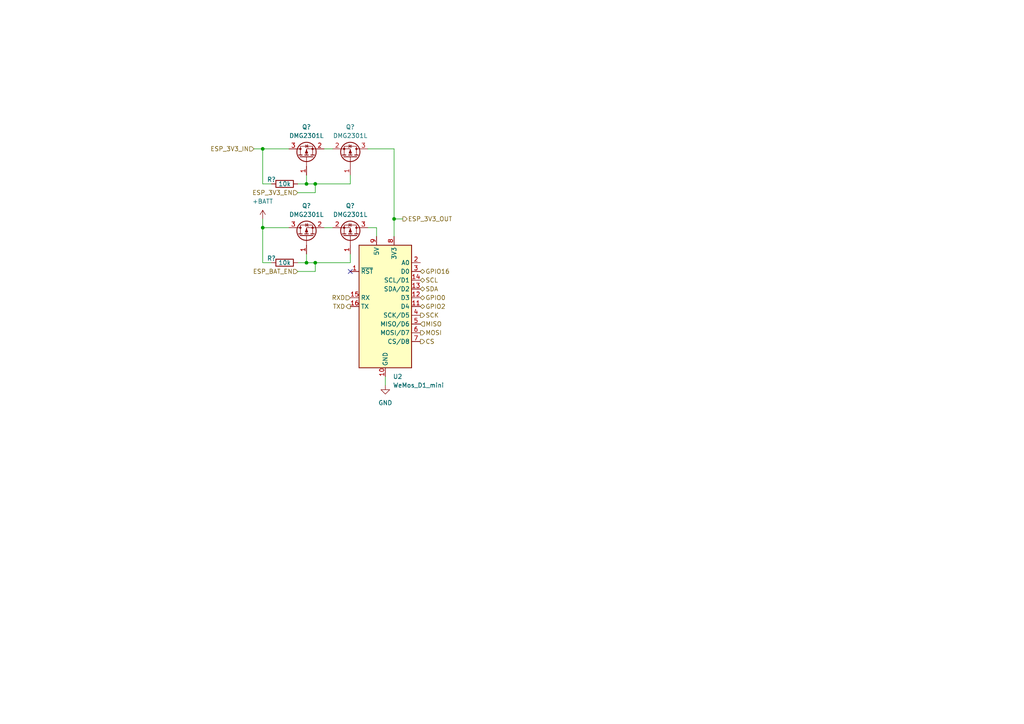
<source format=kicad_sch>
(kicad_sch (version 20230121) (generator eeschema)
  (paper "A4")
  (lib_symbols
    (symbol "Device:R" (pin_numbers hide) (pin_names (offset 0))
      (property "Reference" "R" (at 2.032 0 90))
      (property "Value" "R" (at 0 0 90))
      (symbol "R_0_1"
        (rectangle (start -1.016 -2.54) (end 1.016 2.54) (stroke (width 0.254)))
      )
      (symbol "R_1_1"
        (pin passive line (at 0 3.81 270) (length 1.27) (name "~") (number "1"))
        (pin passive line (at 0 -3.81 90) (length 1.27) (name "~") (number "2"))
      )
    )
    (symbol "MCU_Module:WeMos_D1_mini"
      (property "Reference" "U" (at 3.81 19.05 0))
      (property "Value" "WeMos_D1_mini" (at 1.27 -19.05 0))
      (symbol "WeMos_D1_mini_1_1"
        (rectangle (start -7.62 17.78) (end 7.62 -17.78) (stroke (width 0.254)) (fill (type background)))
        (pin input line (at -10.16 10.16 0) (length 2.54) (name "~{RST}") (number "1"))
        (pin power_in line (at 0 -20.32 90) (length 2.54) (name "GND") (number "10"))
        (pin bidirectional line (at 10.16 0 180) (length 2.54) (name "D4") (number "11"))
        (pin bidirectional line (at 10.16 2.54 180) (length 2.54) (name "D3") (number "12"))
        (pin bidirectional line (at 10.16 5.08 180) (length 2.54) (name "SDA/D2") (number "13"))
        (pin bidirectional line (at 10.16 7.62 180) (length 2.54) (name "SCL/D1") (number "14"))
        (pin input line (at -10.16 2.54 0) (length 2.54) (name "RX") (number "15"))
        (pin output line (at -10.16 0 0) (length 2.54) (name "TX") (number "16"))
        (pin input line (at 10.16 12.7 180) (length 2.54) (name "A0") (number "2"))
        (pin bidirectional line (at 10.16 10.16 180) (length 2.54) (name "D0") (number "3"))
        (pin bidirectional line (at 10.16 -2.54 180) (length 2.54) (name "SCK/D5") (number "4"))
        (pin bidirectional line (at 10.16 -5.08 180) (length 2.54) (name "MISO/D6") (number "5"))
        (pin bidirectional line (at 10.16 -7.62 180) (length 2.54) (name "MOSI/D7") (number "6"))
        (pin bidirectional line (at 10.16 -10.16 180) (length 2.54) (name "CS/D8") (number "7"))
        (pin power_out line (at 2.54 20.32 270) (length 2.54) (name "3V3") (number "8"))
        (pin power_in line (at -2.54 20.32 270) (length 2.54) (name "5V") (number "9"))
      )
    )
    (symbol "Transistor_FET:DMG2301L" (pin_names hide)
      (property "Reference" "Q" (at 5.08 1.905 0))
      (property "Value" "DMG2301L" (at 5.08 0 0))
      (symbol "DMG2301L_0_1"
        (polyline (pts (xy 0.254 0) (xy -2.54 0)))
        (polyline (pts (xy 0.254 1.905) (xy 0.254 -1.905)) (stroke (width 0.254)))
        (polyline (pts (xy 0.762 -1.27) (xy 0.762 -2.286)) (stroke (width 0.254)))
        (polyline (pts (xy 0.762 0.508) (xy 0.762 -0.508)) (stroke (width 0.254)))
        (polyline (pts (xy 0.762 2.286) (xy 0.762 1.27)) (stroke (width 0.254)))
        (polyline (pts (xy 2.54 2.54) (xy 2.54 1.778)))
        (polyline (pts (xy 2.54 -2.54) (xy 2.54 0) (xy 0.762 0)))
        (polyline (pts (xy 0.762 1.778) (xy 3.302 1.778) (xy 3.302 -1.778) (xy 0.762 -1.778)))
        (polyline (pts (xy 2.286 0) (xy 1.27 0.381) (xy 1.27 -0.381) (xy 2.286 0)) (fill (type outline)))
        (polyline (pts (xy 2.794 -0.508) (xy 2.921 -0.381) (xy 3.683 -0.381) (xy 3.81 -0.254)))
        (polyline (pts (xy 3.302 -0.381) (xy 2.921 0.254) (xy 3.683 0.254) (xy 3.302 -0.381)))
        (circle (center 1.651 0) (radius 2.794) (stroke (width 0.254)))
        (circle (center 2.54 -1.778) (radius 0.254) (fill (type outline)))
        (circle (center 2.54 1.778) (radius 0.254) (fill (type outline)))
      )
      (symbol "DMG2301L_1_1"
        (pin input line (at -5.08 0 0) (length 2.54) (name "G") (number "1"))
        (pin passive line (at 2.54 -5.08 90) (length 2.54) (name "S") (number "2"))
        (pin passive line (at 2.54 5.08 270) (length 2.54) (name "D") (number "3"))
      )
    )
    (symbol "power:+BATT" (power) (pin_names (offset 0))
      (property "Value" "+BATT" (at 0 3.556 0))
      (symbol "+BATT_0_1"
        (polyline (pts (xy -0.762 1.27) (xy 0 2.54)))
        (polyline (pts (xy 0 0) (xy 0 2.54)))
        (polyline (pts (xy 0 2.54) (xy 0.762 1.27)))
      )
      (symbol "+BATT_1_1"
        (pin power_in line (at 0 0 90) (length 0) hide (name "+BATT") (number "1"))
      )
    )
    (symbol "power:GND" (power) (pin_names (offset 0))
      (property "Value" "GND" (at 0 -3.81 0))
      (symbol "GND_0_1"
        (polyline (pts (xy 0 0) (xy 0 -1.27) (xy 1.27 -1.27) (xy 0 -2.54) (xy -1.27 -1.27) (xy 0 -1.27)))
      )
      (symbol "GND_1_1"
        (pin power_in line (at 0 0 270) (length 0) hide (name "GND") (number "1"))
      )
    )
  )
  (junction (at 91.44 76.2))
  (junction (at 76.2 43.18))
  (junction (at 76.2 66.04))
  (junction (at 88.9 76.2))
  (junction (at 91.44 53.34))
  (junction (at 114.3 63.5))
  (junction (at 88.9 53.34))
  (no_connect (at 101.6 78.74))
  (wire (pts (xy 91.44 53.34) (xy 101.6 53.34)))
  (wire (pts (xy 93.98 43.18) (xy 96.52 43.18)))
  (wire (pts (xy 88.9 73.66) (xy 88.9 76.2)))
  (wire (pts (xy 76.2 43.18) (xy 83.82 43.18)))
  (wire (pts (xy 78.74 76.2) (xy 76.2 76.2)))
  (wire (pts (xy 111.76 109.22) (xy 111.76 111.76)))
  (wire (pts (xy 76.2 63.5) (xy 76.2 66.04)))
  (wire (pts (xy 86.36 53.34) (xy 88.9 53.34)))
  (wire (pts (xy 109.22 66.04) (xy 109.22 68.58)))
  (wire (pts (xy 106.68 66.04) (xy 109.22 66.04)))
  (wire (pts (xy 101.6 50.8) (xy 101.6 53.34)))
  (wire (pts (xy 76.2 66.04) (xy 83.82 66.04)))
  (wire (pts (xy 86.36 78.74) (xy 91.44 78.74)))
  (wire (pts (xy 91.44 76.2) (xy 88.9 76.2)))
  (wire (pts (xy 88.9 76.2) (xy 86.36 76.2)))
  (wire (pts (xy 114.3 43.18) (xy 106.68 43.18)))
  (wire (pts (xy 101.6 76.2) (xy 91.44 76.2)))
  (wire (pts (xy 91.44 55.88) (xy 91.44 53.34)))
  (wire (pts (xy 114.3 63.5) (xy 116.84 63.5)))
  (wire (pts (xy 114.3 43.18) (xy 114.3 63.5)))
  (wire (pts (xy 101.6 73.66) (xy 101.6 76.2)))
  (wire (pts (xy 76.2 66.04) (xy 76.2 76.2)))
  (wire (pts (xy 73.66 43.18) (xy 76.2 43.18)))
  (wire (pts (xy 78.74 53.34) (xy 76.2 53.34)))
  (wire (pts (xy 88.9 50.8) (xy 88.9 53.34)))
  (wire (pts (xy 93.98 66.04) (xy 96.52 66.04)))
  (wire (pts (xy 114.3 63.5) (xy 114.3 68.58)))
  (wire (pts (xy 76.2 53.34) (xy 76.2 43.18)))
  (wire (pts (xy 91.44 78.74) (xy 91.44 76.2)))
  (wire (pts (xy 86.36 55.88) (xy 91.44 55.88)))
  (wire (pts (xy 88.9 53.34) (xy 91.44 53.34)))
  (hierarchical_label "GPIO2" (shape bidirectional) (at 121.92 88.9 0))
  (hierarchical_label "ESP_3V3_EN" (shape input) (at 86.36 55.88 180))
  (hierarchical_label "GPIO0" (shape bidirectional) (at 121.92 86.36 0))
  (hierarchical_label "MISO" (shape input) (at 121.92 93.98 0))
  (hierarchical_label "CS" (shape output) (at 121.92 99.06 0))
  (hierarchical_label "ESP_3V3_OUT" (shape output) (at 116.84 63.5 0))
  (hierarchical_label "SDA" (shape bidirectional) (at 121.92 83.82 0))
  (hierarchical_label "TXD" (shape output) (at 101.6 88.9 180))
  (hierarchical_label "SCK" (shape output) (at 121.92 91.44 0))
  (hierarchical_label "ESP_3V3_IN" (shape input) (at 73.66 43.18 180))
  (hierarchical_label "SCL" (shape bidirectional) (at 121.92 81.28 0))
  (hierarchical_label "ESP_BAT_EN" (shape input) (at 86.36 78.74 180))
  (hierarchical_label "RXD" (shape input) (at 101.6 86.36 180))
  (hierarchical_label "GPIO16" (shape bidirectional) (at 121.92 78.74 0))
  (hierarchical_label "MOSI" (shape output) (at 121.92 96.52 0))
  (symbol (lib_id "Transistor_FET:DMG2301L") (at 101.6 45.72 270) (mirror x) (unit 1)
    (property "Reference" "Q?" (at 101.6 36.83 90))
    (property "Value" "DMG2301L" (at 101.6 39.37 90))
    (property "Footprint" "Package_TO_SOT_SMD:SOT-23" (effects hide))
    (property "Datasheet" "https://www.diodes.com/assets/Datasheets/DMG2301L.pdf" (effects hide))
    (instances (project "pmic_dev" (path "" (reference "Q?") (unit 1)) (path "" (reference "Q5") (unit 1))))
  )
  (symbol (lib_id "Transistor_FET:DMG2301L") (at 88.9 68.58 90) (unit 1)
    (property "Reference" "Q?" (at 88.9 59.69 90))
    (property "Value" "DMG2301L" (at 88.9 62.23 90))
    (property "Footprint" "Package_TO_SOT_SMD:SOT-23" (effects hide))
    (property "Datasheet" "https://www.diodes.com/assets/Datasheets/DMG2301L.pdf" (effects hide))
    (instances (project "pmic_dev" (path "" (reference "Q?") (unit 1)) (path "" (reference "Q6") (unit 1))))
  )
  (symbol (lib_id "Transistor_FET:DMG2301L") (at 88.9 45.72 90) (unit 1)
    (property "Reference" "Q?" (at 88.9 36.83 90))
    (property "Value" "DMG2301L" (at 88.9 39.37 90))
    (property "Footprint" "Package_TO_SOT_SMD:SOT-23" (effects hide))
    (property "Datasheet" "https://www.diodes.com/assets/Datasheets/DMG2301L.pdf" (effects hide))
    (instances (project "pmic_dev" (path "" (reference "Q?") (unit 1)) (path "" (reference "Q4") (unit 1))))
  )
  (symbol (lib_id "Device:R") (at 82.55 76.2 90) (unit 1)
    (property "Reference" "R?" (at 78.74 74.93 90))
    (property "Value" "10k" (at 82.55 76.2 90))
    (property "Footprint" "Resistor_SMD:R_0402_1005Metric_Pad0.72x0.64mm_HandSolder" (effects hide))
    (instances (project "pmic_dev" (path "" (reference "R?") (unit 1)) (path "" (reference "R?") (unit 1)) (path "" (reference "R11") (unit 1))))
  )
  (symbol (lib_id "Transistor_FET:DMG2301L") (at 101.6 68.58 270) (mirror x) (unit 1)
    (property "Reference" "Q?" (at 101.6 59.69 90))
    (property "Value" "DMG2301L" (at 101.6 62.23 90))
    (property "Footprint" "Package_TO_SOT_SMD:SOT-23" (effects hide))
    (property "Datasheet" "https://www.diodes.com/assets/Datasheets/DMG2301L.pdf" (effects hide))
    (instances (project "pmic_dev" (path "" (reference "Q?") (unit 1)) (path "" (reference "Q7") (unit 1))))
  )
  (symbol (lib_id "power:+BATT") (at 76.2 63.5 0) (unit 1)
    (property "Reference" "#PWR?" (effects hide))
    (property "Value" "+BATT" (at 76.2 58.42 0))
    (instances (project "pmic_dev" (path "" (reference "#PWR?") (unit 1)) (path "" (reference "#PWR033") (unit 1))))
  )
  (symbol (lib_id "Device:R") (at 82.55 53.34 90) (unit 1)
    (property "Reference" "R?" (at 78.74 52.07 90))
    (property "Value" "10k" (at 82.55 53.34 90))
    (property "Footprint" "Resistor_SMD:R_0402_1005Metric_Pad0.72x0.64mm_HandSolder" (effects hide))
    (instances (project "pmic_dev" (path "" (reference "R?") (unit 1)) (path "" (reference "R?") (unit 1)) (path "" (reference "R10") (unit 1))))
  )
  (symbol (lib_id "MCU_Module:WeMos_D1_mini") (at 111.76 88.9 0) (unit 1)
    (property "Reference" "U2" (at 113.9541 109.22 0) (effects (justify left)))
    (property "Value" "WeMos_D1_mini" (at 113.9541 111.76 0) (effects (justify left)))
    (property "Footprint" "Module:WEMOS_D1_mini_light" (effects hide))
    (property "Datasheet" "https://wiki.wemos.cc/products:d1:d1_mini#documentation" (effects hide))
  )
  (symbol (lib_id "power:GND") (at 111.76 111.76 0) (unit 1)
    (property "Reference" "#PWR034" (effects hide))
    (property "Value" "GND" (at 111.76 116.84 0))
  )
)
</source>
